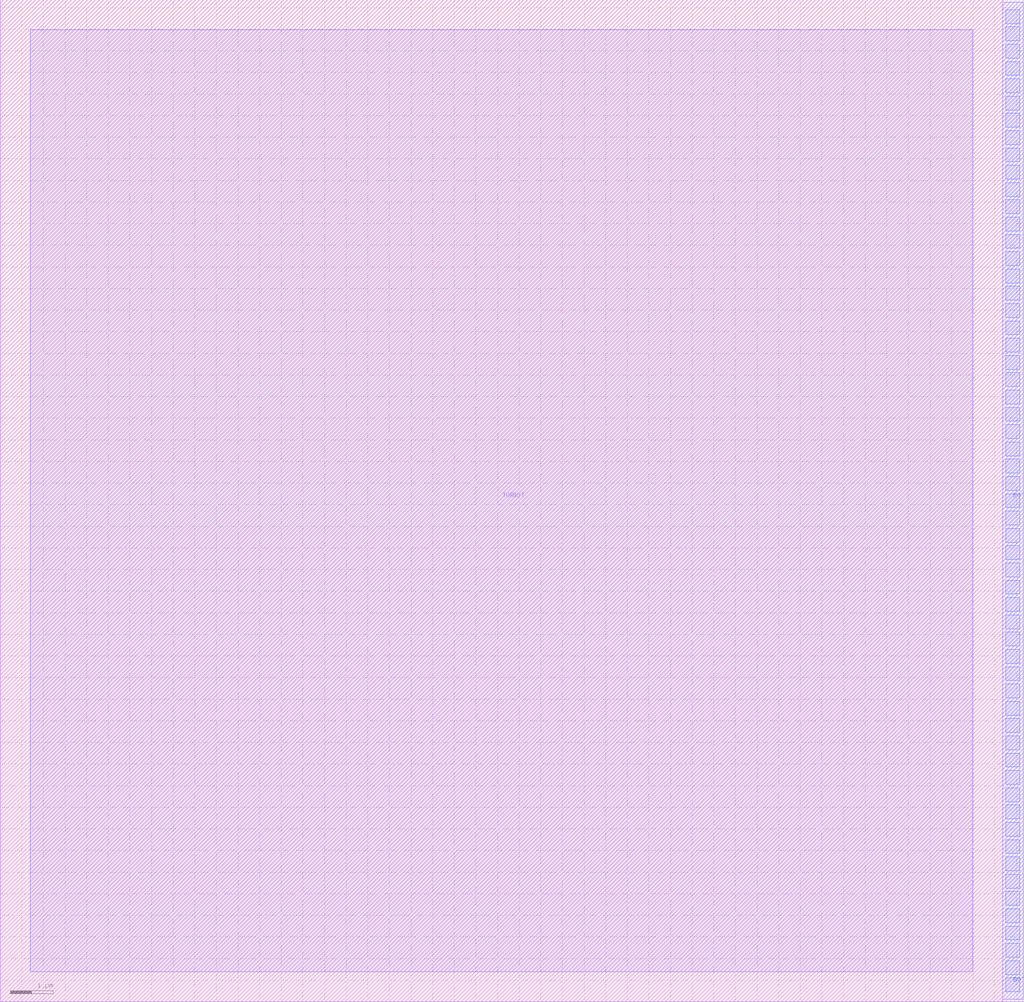
<source format=lef>
VERSION 5.7 ;
  DIVIDERCHAR "/" ;
  BUSBITCHARS "[]" ;
MACRO DCDC_CAP_UNIT
  CLASS BLOCK ;
  FOREIGN DCDC_CAP_UNIT ;
  ORIGIN 0.000 0.000 ;
  SIZE 23.180 BY 23.180 ;
  PIN TOP
    PORT
      LAYER met4 ;
        RECT 0.695 0.695 22.485 22.485 ;
    END
  END TOP
  PIN BOT
    PORT
      LAYER met3 ;
        RECT 0.000 0.000 23.675 23.180 ;
      LAYER via3 ;
        RECT 23.255 22.630 23.575 22.950 ;
        RECT 23.255 22.230 23.575 22.550 ;
        RECT 23.255 21.830 23.575 22.150 ;
        RECT 23.255 21.430 23.575 21.750 ;
        RECT 23.255 21.030 23.575 21.350 ;
        RECT 23.255 20.630 23.575 20.950 ;
        RECT 23.255 20.230 23.575 20.550 ;
        RECT 23.255 19.830 23.575 20.150 ;
        RECT 23.255 19.430 23.575 19.750 ;
        RECT 23.255 19.030 23.575 19.350 ;
        RECT 23.255 18.630 23.575 18.950 ;
        RECT 23.255 18.230 23.575 18.550 ;
        RECT 23.255 17.830 23.575 18.150 ;
        RECT 23.255 17.430 23.575 17.750 ;
        RECT 23.255 17.030 23.575 17.350 ;
        RECT 23.255 16.630 23.575 16.950 ;
        RECT 23.255 16.230 23.575 16.550 ;
        RECT 23.255 15.830 23.575 16.150 ;
        RECT 23.255 15.430 23.575 15.750 ;
        RECT 23.255 15.030 23.575 15.350 ;
        RECT 23.255 14.630 23.575 14.950 ;
        RECT 23.255 14.230 23.575 14.550 ;
        RECT 23.255 13.830 23.575 14.150 ;
        RECT 23.255 13.430 23.575 13.750 ;
        RECT 23.255 13.030 23.575 13.350 ;
        RECT 23.255 12.630 23.575 12.950 ;
        RECT 23.255 12.230 23.575 12.550 ;
        RECT 23.255 11.830 23.575 12.150 ;
        RECT 23.255 11.430 23.575 11.750 ;
        RECT 23.255 11.030 23.575 11.350 ;
        RECT 23.255 10.630 23.575 10.950 ;
        RECT 23.255 10.230 23.575 10.550 ;
        RECT 23.255 9.830 23.575 10.150 ;
        RECT 23.255 9.430 23.575 9.750 ;
        RECT 23.255 9.030 23.575 9.350 ;
        RECT 23.255 8.630 23.575 8.950 ;
        RECT 23.255 8.230 23.575 8.550 ;
        RECT 23.255 7.830 23.575 8.150 ;
        RECT 23.255 7.430 23.575 7.750 ;
        RECT 23.255 7.030 23.575 7.350 ;
        RECT 23.255 6.630 23.575 6.950 ;
        RECT 23.255 6.230 23.575 6.550 ;
        RECT 23.255 5.830 23.575 6.150 ;
        RECT 23.255 5.430 23.575 5.750 ;
        RECT 23.255 5.030 23.575 5.350 ;
        RECT 23.255 4.630 23.575 4.950 ;
        RECT 23.255 4.230 23.575 4.550 ;
        RECT 23.255 3.830 23.575 4.150 ;
        RECT 23.255 3.430 23.575 3.750 ;
        RECT 23.255 3.030 23.575 3.350 ;
        RECT 23.255 2.630 23.575 2.950 ;
        RECT 23.255 2.230 23.575 2.550 ;
        RECT 23.255 1.830 23.575 2.150 ;
        RECT 23.255 1.430 23.575 1.750 ;
        RECT 23.255 1.030 23.575 1.350 ;
        RECT 23.255 0.630 23.575 0.950 ;
        RECT 23.255 0.230 23.575 0.550 ;
      LAYER met4 ;
        RECT 23.175 0.060 23.655 23.120 ;
    END
  END BOT
END DCDC_CAP_UNIT
END LIBRARY


</source>
